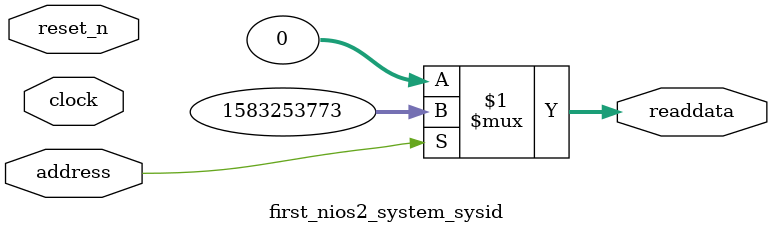
<source format=v>



// synthesis translate_off
`timescale 1ns / 1ps
// synthesis translate_on

// turn off superfluous verilog processor warnings 
// altera message_level Level1 
// altera message_off 10034 10035 10036 10037 10230 10240 10030 

module first_nios2_system_sysid (
               // inputs:
                address,
                clock,
                reset_n,

               // outputs:
                readdata
             )
;

  output  [ 31: 0] readdata;
  input            address;
  input            clock;
  input            reset_n;

  wire    [ 31: 0] readdata;
  //control_slave, which is an e_avalon_slave
  assign readdata = address ? 1583253773 : 0;

endmodule



</source>
